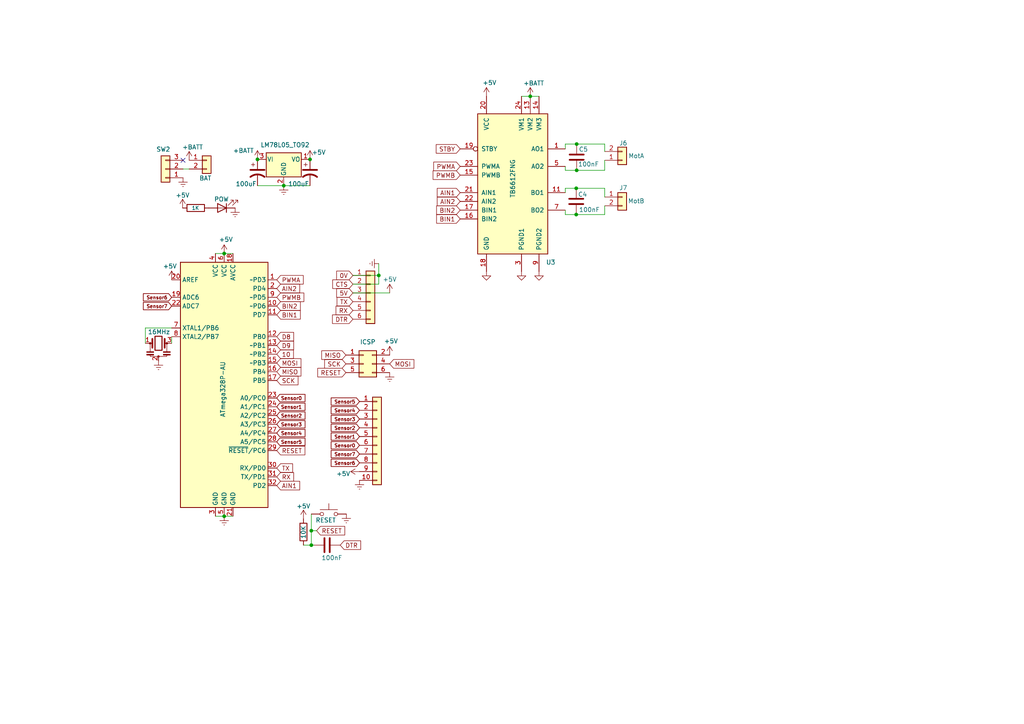
<source format=kicad_sch>
(kicad_sch (version 20230121) (generator eeschema)
  (paper "A4")
  (lib_symbols
    (symbol "ATmega328P-A_1"
      (property "Value" "ATmega328P-AU " (at -0.381 -9.398 90))
      (symbol "ATmega328P-A_1_0_1"
        (rectangle (start -12.7 -35.56) (end 12.7 35.56) (stroke (width 0.254)) (fill (type background)))
      )
      (symbol "ATmega328P-A_1_1_1"
        (pin bidirectional line (at 15.24 30.48 180) (length 2.54) (name "~PD3") (number "1"))
        (pin bidirectional line (at 15.24 22.86 180) (length 2.54) (name "~PD6") (number "10"))
        (pin bidirectional line (at 15.24 20.32 180) (length 2.54) (name "PD7") (number "11"))
        (pin bidirectional line (at 15.24 13.97 180) (length 2.54) (name "PB0") (number "12"))
        (pin bidirectional line (at 15.24 11.43 180) (length 2.54) (name "~PB1") (number "13"))
        (pin bidirectional line (at 15.24 8.89 180) (length 2.54) (name "~PB2") (number "14"))
        (pin bidirectional line (at 15.24 6.35 180) (length 2.54) (name "~PB3") (number "15"))
        (pin bidirectional line (at 15.24 3.81 180) (length 2.54) (name "PB4") (number "16"))
        (pin bidirectional line (at 15.24 1.27 180) (length 2.54) (name "PB5") (number "17"))
        (pin power_in line (at 2.54 38.1 270) (length 2.54) (name "AVCC") (number "18"))
        (pin input line (at -15.24 25.4 0) (length 2.54) (name "ADC6") (number "19"))
        (pin bidirectional line (at 15.24 27.94 180) (length 2.54) (name "PD4") (number "2"))
        (pin passive line (at -15.24 30.48 0) (length 2.54) (name "AREF") (number "20"))
        (pin passive line (at 2.54 -38.1 90) (length 2.54) (name "GND") (number "21"))
        (pin input line (at -15.24 22.86 0) (length 2.54) (name "ADC7") (number "22"))
        (pin bidirectional line (at 15.24 -3.81 180) (length 2.54) (name "A0/PC0") (number "23"))
        (pin bidirectional line (at 15.24 -6.35 180) (length 2.54) (name "A1/PC1") (number "24"))
        (pin bidirectional line (at 15.24 -8.89 180) (length 2.54) (name "A2/PC2") (number "25"))
        (pin bidirectional line (at 15.24 -11.43 180) (length 2.54) (name "A3/PC3") (number "26"))
        (pin bidirectional line (at 15.24 -13.97 180) (length 2.54) (name "A4/PC4") (number "27"))
        (pin bidirectional line (at 15.24 -16.51 180) (length 2.54) (name "A5/PC5") (number "28"))
        (pin bidirectional line (at 15.24 -19.05 180) (length 2.54) (name "~{RESET}/PC6") (number "29"))
        (pin power_in line (at -2.54 -38.1 90) (length 2.54) (name "GND") (number "3"))
        (pin bidirectional line (at 15.24 -24.13 180) (length 2.54) (name "RX/PD0") (number "30"))
        (pin bidirectional line (at 15.24 -26.67 180) (length 2.54) (name "TX/PD1") (number "31"))
        (pin bidirectional line (at 15.24 -29.21 180) (length 2.54) (name "PD2") (number "32"))
        (pin power_in line (at -2.54 38.1 270) (length 2.54) (name "VCC") (number "4"))
        (pin passive line (at 0 -38.1 90) (length 2.54) (name "GND") (number "5"))
        (pin passive line (at 0 38.1 270) (length 2.54) (name "VCC") (number "6"))
        (pin bidirectional line (at -15.24 16.51 0) (length 2.54) (name "XTAL1/PB6") (number "7"))
        (pin bidirectional line (at -15.24 13.97 0) (length 2.54) (name "XTAL2/PB7") (number "8"))
        (pin bidirectional line (at 15.24 25.4 180) (length 2.54) (name "~PD5") (number "9"))
      )
    )
    (symbol "Connector_Generic:Conn_01x02" (pin_names (offset 1.016) hide)
      (property "Reference" "J" (at 0 2.54 0))
      (property "Value" "Conn_01x02" (at 0 -5.08 0))
      (symbol "Conn_01x02_1_1"
        (rectangle (start -1.27 -2.413) (end 0 -2.667) (stroke (width 0.1524)))
        (rectangle (start -1.27 0.127) (end 0 -0.127) (stroke (width 0.1524)))
        (rectangle (start -1.27 1.27) (end 1.27 -3.81) (stroke (width 0.254)) (fill (type background)))
        (pin passive line (at -5.08 0 0) (length 3.81) (name "Pin_1") (number "1"))
        (pin passive line (at -5.08 -2.54 0) (length 3.81) (name "Pin_2") (number "2"))
      )
    )
    (symbol "Connector_Generic:Conn_01x03" (pin_names (offset 1.016) hide)
      (property "Reference" "J" (at 0 5.08 0))
      (property "Value" "Conn_01x03" (at 0 -5.08 0))
      (symbol "Conn_01x03_1_1"
        (rectangle (start -1.27 -2.413) (end 0 -2.667) (stroke (width 0.1524)))
        (rectangle (start -1.27 0.127) (end 0 -0.127) (stroke (width 0.1524)))
        (rectangle (start -1.27 2.667) (end 0 2.413) (stroke (width 0.1524)))
        (rectangle (start -1.27 3.81) (end 1.27 -3.81) (stroke (width 0.254)) (fill (type background)))
        (pin passive line (at -5.08 2.54 0) (length 3.81) (name "Pin_1") (number "1"))
        (pin passive line (at -5.08 0 0) (length 3.81) (name "Pin_2") (number "2"))
        (pin passive line (at -5.08 -2.54 0) (length 3.81) (name "Pin_3") (number "3"))
      )
    )
    (symbol "Connector_Generic:Conn_01x10" (pin_names (offset 1.016) hide)
      (property "Reference" "J" (at 0 12.7 0))
      (property "Value" "Conn_01x10" (at 0 -15.24 0))
      (symbol "Conn_01x10_1_1"
        (rectangle (start -1.27 -12.573) (end 0 -12.827) (stroke (width 0.1524)))
        (rectangle (start -1.27 -10.033) (end 0 -10.287) (stroke (width 0.1524)))
        (rectangle (start -1.27 -7.493) (end 0 -7.747) (stroke (width 0.1524)))
        (rectangle (start -1.27 -4.953) (end 0 -5.207) (stroke (width 0.1524)))
        (rectangle (start -1.27 -2.413) (end 0 -2.667) (stroke (width 0.1524)))
        (rectangle (start -1.27 0.127) (end 0 -0.127) (stroke (width 0.1524)))
        (rectangle (start -1.27 2.667) (end 0 2.413) (stroke (width 0.1524)))
        (rectangle (start -1.27 5.207) (end 0 4.953) (stroke (width 0.1524)))
        (rectangle (start -1.27 7.747) (end 0 7.493) (stroke (width 0.1524)))
        (rectangle (start -1.27 10.287) (end 0 10.033) (stroke (width 0.1524)))
        (rectangle (start -1.27 11.43) (end 1.27 -13.97) (stroke (width 0.254)) (fill (type background)))
        (pin passive line (at -5.08 10.16 0) (length 3.81) (name "Pin_1") (number "1"))
        (pin passive line (at -5.08 -12.7 0) (length 3.81) (name "Pin_10") (number "10"))
        (pin passive line (at -5.08 7.62 0) (length 3.81) (name "Pin_2") (number "2"))
        (pin passive line (at -5.08 5.08 0) (length 3.81) (name "Pin_3") (number "3"))
        (pin passive line (at -5.08 2.54 0) (length 3.81) (name "Pin_4") (number "4"))
        (pin passive line (at -5.08 0 0) (length 3.81) (name "Pin_5") (number "5"))
        (pin passive line (at -5.08 -2.54 0) (length 3.81) (name "Pin_6") (number "6"))
        (pin passive line (at -5.08 -5.08 0) (length 3.81) (name "Pin_7") (number "7"))
        (pin passive line (at -5.08 -7.62 0) (length 3.81) (name "Pin_8") (number "8"))
        (pin passive line (at -5.08 -10.16 0) (length 3.81) (name "Pin_9") (number "9"))
      )
    )
    (symbol "Connector_Generic:Conn_02x03_Odd_Even" (pin_names (offset 1.016) hide)
      (property "Reference" "J" (at 1.27 5.08 0))
      (property "Value" "Conn_02x03_Odd_Even" (at 1.27 -5.08 0))
      (symbol "Conn_02x03_Odd_Even_1_1"
        (rectangle (start -1.27 -2.413) (end 0 -2.667) (stroke (width 0.1524)))
        (rectangle (start -1.27 0.127) (end 0 -0.127) (stroke (width 0.1524)))
        (rectangle (start -1.27 2.667) (end 0 2.413) (stroke (width 0.1524)))
        (rectangle (start -1.27 3.81) (end 3.81 -3.81) (stroke (width 0.254)) (fill (type background)))
        (rectangle (start 3.81 -2.413) (end 2.54 -2.667) (stroke (width 0.1524)))
        (rectangle (start 3.81 0.127) (end 2.54 -0.127) (stroke (width 0.1524)))
        (rectangle (start 3.81 2.667) (end 2.54 2.413) (stroke (width 0.1524)))
        (pin passive line (at -5.08 2.54 0) (length 3.81) (name "Pin_1") (number "1"))
        (pin passive line (at 7.62 2.54 180) (length 3.81) (name "Pin_2") (number "2"))
        (pin passive line (at -5.08 0 0) (length 3.81) (name "Pin_3") (number "3"))
        (pin passive line (at 7.62 0 180) (length 3.81) (name "Pin_4") (number "4"))
        (pin passive line (at -5.08 -2.54 0) (length 3.81) (name "Pin_5") (number "5"))
        (pin passive line (at 7.62 -2.54 180) (length 3.81) (name "Pin_6") (number "6"))
      )
    )
    (symbol "Connector_Generic_MountingPin:Conn_01x06_MountingPin" (pin_names (offset 1.016) hide)
      (symbol "Conn_01x06_MountingPin_1_1"
        (rectangle (start -1.27 -7.493) (end 0 -7.747) (stroke (width 0.1524)))
        (rectangle (start -1.27 -4.953) (end 0 -5.207) (stroke (width 0.1524)))
        (rectangle (start -1.27 -2.413) (end 0 -2.667) (stroke (width 0.1524)))
        (rectangle (start -1.27 0.127) (end 0 -0.127) (stroke (width 0.1524)))
        (rectangle (start -1.27 2.667) (end 0 2.413) (stroke (width 0.1524)))
        (rectangle (start -1.27 5.207) (end 0 4.953) (stroke (width 0.1524)))
        (rectangle (start -1.27 6.35) (end 1.27 -8.89) (stroke (width 0.254)) (fill (type background)))
        (pin passive line (at -5.08 5.08 0) (length 3.81) (name "Pin_1") (number "1"))
        (pin passive line (at -5.08 2.54 0) (length 3.81) (name "Pin_2") (number "2"))
        (pin passive line (at -5.08 0 0) (length 3.81) (name "Pin_3") (number "3"))
        (pin passive line (at -5.08 -2.54 0) (length 3.81) (name "Pin_4") (number "4"))
        (pin passive line (at -5.08 -5.08 0) (length 3.81) (name "Pin_5") (number "5"))
        (pin passive line (at -5.08 -7.62 0) (length 3.81) (name "Pin_6") (number "6"))
      )
    )
    (symbol "Device:C" (pin_numbers hide) (pin_names (offset 0.254))
      (property "Reference" "C" (at 0.635 2.54 0))
      (property "Value" "C" (at 0.635 -2.54 0))
      (symbol "C_0_1"
        (polyline (pts (xy -2.032 -0.762) (xy 2.032 -0.762)) (stroke (width 0.508)))
        (polyline (pts (xy -2.032 0.762) (xy 2.032 0.762)) (stroke (width 0.508)))
      )
      (symbol "C_1_1"
        (pin passive line (at 0 3.81 270) (length 2.794) (name "~") (number "1"))
        (pin passive line (at 0 -3.81 90) (length 2.794) (name "~") (number "2"))
      )
    )
    (symbol "Device:C_Polarized_US" (pin_numbers hide) (pin_names (offset 0.254) hide)
      (property "Reference" "C" (at 0.635 2.54 0))
      (property "Value" "C_Polarized_US" (at 0.635 -2.54 0))
      (symbol "C_Polarized_US_0_1"
        (polyline (pts (xy -2.032 0.762) (xy 2.032 0.762)) (stroke (width 0.508)))
        (polyline (pts (xy -1.778 2.286) (xy -0.762 2.286)))
        (polyline (pts (xy -1.27 1.778) (xy -1.27 2.794)))
        (arc (start 2.032 -1.27) (mid 0 -0.5572) (end -2.032 -1.27) (stroke (width 0.508)))
      )
      (symbol "C_Polarized_US_1_1"
        (pin passive line (at 0 3.81 270) (length 2.794) (name "~") (number "1"))
        (pin passive line (at 0 -3.81 90) (length 3.302) (name "~") (number "2"))
      )
    )
    (symbol "Device:LED" (pin_numbers hide) (pin_names (offset 1.016) hide)
      (property "Reference" "D" (at 0 2.54 0))
      (property "Value" "LED" (at 0 -2.54 0))
      (symbol "LED_0_1"
        (polyline (pts (xy -1.27 -1.27) (xy -1.27 1.27)) (stroke (width 0.254)))
        (polyline (pts (xy -1.27 0) (xy 1.27 0)))
        (polyline (pts (xy 1.27 -1.27) (xy 1.27 1.27) (xy -1.27 0) (xy 1.27 -1.27)) (stroke (width 0.254)))
        (polyline (pts (xy -3.048 -0.762) (xy -4.572 -2.286) (xy -3.81 -2.286) (xy -4.572 -2.286) (xy -4.572 -1.524)))
        (polyline (pts (xy -1.778 -0.762) (xy -3.302 -2.286) (xy -2.54 -2.286) (xy -3.302 -2.286) (xy -3.302 -1.524)))
      )
      (symbol "LED_1_1"
        (pin passive line (at -3.81 0 0) (length 2.54) (name "K") (number "1"))
        (pin passive line (at 3.81 0 180) (length 2.54) (name "A") (number "2"))
      )
    )
    (symbol "Device:R" (pin_numbers hide) (pin_names (offset 0))
      (property "Reference" "R" (at 2.032 0 90))
      (property "Value" "R" (at 0 0 90))
      (symbol "R_0_1"
        (rectangle (start -1.016 -2.54) (end 1.016 2.54) (stroke (width 0.254)))
      )
      (symbol "R_1_1"
        (pin passive line (at 0 3.81 270) (length 1.27) (name "~") (number "1"))
        (pin passive line (at 0 -3.81 90) (length 1.27) (name "~") (number "2"))
      )
    )
    (symbol "Device:Resonator" (pin_names (offset 1.016) hide)
      (property "Reference" "Y" (at 0 5.715 0))
      (property "Value" "Resonator" (at 0 3.81 0))
      (symbol "Resonator_0_1"
        (rectangle (start -3.429 -3.175) (end -1.397 -3.429) (fill (type outline)))
        (rectangle (start -3.429 -2.413) (end -1.397 -2.667) (fill (type outline)))
        (circle (center -2.413 0) (radius 0.254) (fill (type outline)))
        (rectangle (start -1.016 2.032) (end 1.016 -2.032) (stroke (width 0.3048)))
        (circle (center 0 -3.81) (radius 0.254) (fill (type outline)))
        (polyline (pts (xy -2.413 -2.413) (xy -2.413 0)))
        (polyline (pts (xy -1.905 0) (xy -3.175 0)))
        (polyline (pts (xy -1.778 -1.27) (xy -1.778 1.27)) (stroke (width 0.508)))
        (polyline (pts (xy 1.778 -1.27) (xy 1.778 1.27)) (stroke (width 0.508)))
        (polyline (pts (xy 1.905 0) (xy 2.54 0)))
        (polyline (pts (xy 2.413 0) (xy 2.413 -2.54)))
        (polyline (pts (xy 2.413 -3.302) (xy 2.413 -3.81) (xy -2.413 -3.81) (xy -2.413 -3.302)))
        (rectangle (start 1.397 -3.175) (end 3.429 -3.429) (fill (type outline)))
        (rectangle (start 1.397 -2.413) (end 3.429 -2.667) (fill (type outline)))
        (circle (center 2.413 0) (radius 0.254) (fill (type outline)))
      )
      (symbol "Resonator_1_1"
        (pin passive line (at -3.81 0 0) (length 1.27) (name "1") (number "1"))
        (pin passive line (at 0 -5.08 90) (length 1.27) (name "2") (number "2"))
        (pin passive line (at 3.81 0 180) (length 1.27) (name "3") (number "3"))
      )
    )
    (symbol "Driver_Motor:TB6612FNG" (pin_names (offset 1.016))
      (property "Reference" "U" (at 11.43 17.78 0))
      (property "Value" "TB6612FNG" (at 11.43 15.24 0))
      (symbol "TB6612FNG_0_1"
        (rectangle (start -10.16 20.32) (end 10.16 -20.32) (stroke (width 0.254)) (fill (type background)))
      )
      (symbol "TB6612FNG_1_1"
        (pin output line (at 15.24 10.16 180) (length 5.08) (name "AO1") (number "1"))
        (pin passive line (at 7.62 -25.4 90) (length 5.08) hide (name "PGND2") (number "10"))
        (pin output line (at 15.24 -2.54 180) (length 5.08) (name "BO1") (number "11"))
        (pin passive line (at 15.24 -2.54 180) (length 5.08) hide (name "BO1") (number "12"))
        (pin power_in line (at 5.08 25.4 270) (length 5.08) (name "VM2") (number "13"))
        (pin power_in line (at 7.62 25.4 270) (length 5.08) (name "VM3") (number "14"))
        (pin input line (at -15.24 2.54 0) (length 5.08) (name "PWMB") (number "15"))
        (pin input line (at -15.24 -10.16 0) (length 5.08) (name "BIN2") (number "16"))
        (pin input line (at -15.24 -7.62 0) (length 5.08) (name "BIN1") (number "17"))
        (pin power_in line (at -7.62 -25.4 90) (length 5.08) (name "GND") (number "18"))
        (pin input inverted (at -15.24 10.16 0) (length 5.08) (name "STBY") (number "19"))
        (pin passive line (at 15.24 10.16 180) (length 5.08) hide (name "AO1") (number "2"))
        (pin power_in line (at -7.62 25.4 270) (length 5.08) (name "VCC") (number "20"))
        (pin input line (at -15.24 -2.54 0) (length 5.08) (name "AIN1") (number "21"))
        (pin input line (at -15.24 -5.08 0) (length 5.08) (name "AIN2") (number "22"))
        (pin input line (at -15.24 5.08 0) (length 5.08) (name "PWMA") (number "23"))
        (pin power_in line (at 2.54 25.4 270) (length 5.08) (name "VM1") (number "24"))
        (pin power_in line (at 2.54 -25.4 90) (length 5.08) (name "PGND1") (number "3"))
        (pin passive line (at 2.54 -25.4 90) (length 5.08) hide (name "PGND1") (number "4"))
        (pin output line (at 15.24 5.08 180) (length 5.08) (name "AO2") (number "5"))
        (pin passive line (at 15.24 5.08 180) (length 5.08) hide (name "AO2") (number "6"))
        (pin output line (at 15.24 -7.62 180) (length 5.08) (name "BO2") (number "7"))
        (pin passive line (at 15.24 -7.62 180) (length 5.08) hide (name "BO2") (number "8"))
        (pin power_in line (at 7.62 -25.4 90) (length 5.08) (name "PGND2") (number "9"))
      )
    )
    (symbol "Regulator_Linear:LM78L05_TO92" (pin_names (offset 0.254))
      (property "Reference" "U" (at -3.81 3.175 0))
      (property "Value" "LM78L05_TO92" (at 0 3.175 0))
      (symbol "LM78L05_TO92_0_1"
        (rectangle (start -5.08 -5.08) (end 5.08 1.905) (stroke (width 0.254)) (fill (type background)))
      )
      (symbol "LM78L05_TO92_1_1"
        (pin power_out line (at 7.62 0 180) (length 2.54) (name "VO") (number "1"))
        (pin power_in line (at 0 -7.62 90) (length 2.54) (name "GND") (number "2"))
        (pin power_in line (at -7.62 0 0) (length 2.54) (name "VI") (number "3"))
      )
    )
    (symbol "Switch:SW_Push" (pin_numbers hide) (pin_names (offset 1.016) hide)
      (property "Reference" "SW" (at 1.27 2.54 0))
      (property "Value" "SW_Push" (at 0 -1.524 0))
      (symbol "SW_Push_0_1"
        (circle (center -2.032 0) (radius 0.508))
        (polyline (pts (xy 0 1.27) (xy 0 3.048)))
        (polyline (pts (xy 2.54 1.27) (xy -2.54 1.27)))
        (circle (center 2.032 0) (radius 0.508))
        (pin passive line (at -5.08 0 0) (length 2.54) (name "1") (number "1"))
        (pin passive line (at 5.08 0 180) (length 2.54) (name "2") (number "2"))
      )
    )
    (symbol "power:+5V" (power) (pin_names (offset 0))
      (property "Value" "+5V" (at 0 3.556 0))
      (symbol "+5V_0_1"
        (polyline (pts (xy -0.762 1.27) (xy 0 2.54)))
        (polyline (pts (xy 0 0) (xy 0 2.54)))
        (polyline (pts (xy 0 2.54) (xy 0.762 1.27)))
      )
      (symbol "+5V_1_1"
        (pin power_in line (at 0 0 90) (length 0) hide (name "+5V") (number "1"))
      )
    )
    (symbol "power:+BATT" (power) (pin_names (offset 0))
      (property "Value" "+BATT" (at 0 3.556 0))
      (symbol "+BATT_0_1"
        (polyline (pts (xy -0.762 1.27) (xy 0 2.54)))
        (polyline (pts (xy 0 0) (xy 0 2.54)))
        (polyline (pts (xy 0 2.54) (xy 0.762 1.27)))
      )
      (symbol "+BATT_1_1"
        (pin power_in line (at 0 0 90) (length 0) hide (name "+BATT") (number "1"))
      )
    )
    (symbol "power:Earth" (power) (pin_names (offset 0))
      (symbol "Earth_0_1"
        (polyline (pts (xy -0.635 -1.905) (xy 0.635 -1.905)))
        (polyline (pts (xy -0.127 -2.54) (xy 0.127 -2.54)))
        (polyline (pts (xy 0 -1.27) (xy 0 0)))
        (polyline (pts (xy 1.27 -1.27) (xy -1.27 -1.27)))
      )
      (symbol "Earth_1_1"
        (pin power_in line (at 0 0 270) (length 0) hide (name "Earth") (number "1"))
      )
    )
    (symbol "power:GND" (power) (pin_names (offset 0))
      (property "Value" "GND" (at 0 -3.81 0))
      (symbol "GND_0_1"
        (polyline (pts (xy 0 0) (xy 0 -1.27) (xy 1.27 -1.27) (xy 0 -2.54) (xy -1.27 -1.27) (xy 0 -1.27)))
      )
      (symbol "GND_1_1"
        (pin power_in line (at 0 0 270) (length 0) hide (name "GND") (number "1"))
      )
    )
  )
  (junction (at 74.676 46.228))
  (junction (at 167.132 54.61))
  (junction (at 65.024 149.733))
  (junction (at 90.297 158.115))
  (junction (at 153.797 27.94))
  (junction (at 89.916 46.228))
  (junction (at 167.132 62.23))
  (junction (at 90.297 153.924))
  (junction (at 82.296 53.848))
  (junction (at 167.259 41.783))
  (junction (at 109.855 79.883))
  (junction (at 167.259 49.403))
  (junction (at 65.024 73.533))
  (no_connect (at 53.086 46.482))
  (wire (pts (xy 163.957 41.783) (xy 167.259 41.783)))
  (wire (pts (xy 163.957 43.18) (xy 163.957 41.783)))
  (wire (pts (xy 163.957 49.403) (xy 167.259 49.403)))
  (wire (pts (xy 42.164 99.568) (xy 42.164 95.123)))
  (wire (pts (xy 82.296 53.848) (xy 89.916 53.848)))
  (wire (pts (xy 153.797 27.94) (xy 156.337 27.94)))
  (wire (pts (xy 74.676 53.848) (xy 82.296 53.848)))
  (wire (pts (xy 163.957 54.61) (xy 167.132 54.61)))
  (wire (pts (xy 91.059 158.115) (xy 90.297 158.115)))
  (wire (pts (xy 175.387 59.69) (xy 175.387 62.23)))
  (wire (pts (xy 90.297 153.924) (xy 90.297 158.115)))
  (wire (pts (xy 90.297 149.098) (xy 90.297 153.924)))
  (wire (pts (xy 109.855 76.454) (xy 109.855 79.883)))
  (wire (pts (xy 163.957 55.88) (xy 163.957 54.61)))
  (wire (pts (xy 163.957 62.23) (xy 167.132 62.23)))
  (wire (pts (xy 109.855 82.423) (xy 102.362 82.423)))
  (wire (pts (xy 109.855 79.883) (xy 102.362 79.883)))
  (wire (pts (xy 88.011 158.115) (xy 90.297 158.115)))
  (wire (pts (xy 53.086 49.022) (xy 54.864 49.022)))
  (wire (pts (xy 163.957 60.96) (xy 163.957 62.23)))
  (wire (pts (xy 175.387 54.61) (xy 167.132 54.61)))
  (wire (pts (xy 113.03 84.963) (xy 102.362 84.963)))
  (wire (pts (xy 175.387 46.482) (xy 175.387 49.403)))
  (wire (pts (xy 62.484 73.533) (xy 65.024 73.533)))
  (wire (pts (xy 175.387 57.15) (xy 175.387 54.61)))
  (wire (pts (xy 175.387 62.23) (xy 167.132 62.23)))
  (wire (pts (xy 167.259 41.783) (xy 175.387 41.783)))
  (wire (pts (xy 65.024 149.733) (xy 67.564 149.733)))
  (wire (pts (xy 65.024 73.533) (xy 67.564 73.533)))
  (wire (pts (xy 62.484 149.733) (xy 65.024 149.733)))
  (wire (pts (xy 109.855 79.883) (xy 109.855 82.423)))
  (wire (pts (xy 167.259 49.403) (xy 175.387 49.403)))
  (wire (pts (xy 175.387 43.942) (xy 175.387 41.783)))
  (wire (pts (xy 49.784 99.568) (xy 49.784 97.663)))
  (wire (pts (xy 151.257 27.94) (xy 153.797 27.94)))
  (wire (pts (xy 91.821 153.924) (xy 90.297 153.924)))
  (wire (pts (xy 163.957 48.26) (xy 163.957 49.403)))
  (wire (pts (xy 42.164 95.123) (xy 49.784 95.123)))
  (global_label "DTR" (shape input) (at 98.679 158.115 0) (property "Intersheetrefs" "${INTERSHEET_REFS}" (effects hide)))
  (global_label "BIN1" (shape input) (at 80.264 91.313 0) (property "Intersheetrefs" "${INTERSHEET_REFS}" (effects hide)))
  (global_label "PWMA" (shape input) (at 80.264 81.153 0) (property "Intersheetrefs" "${INTERSHEET_REFS}" (effects hide)))
  (global_label "SCK" (shape input) (at 100.33 105.537 180) (property "Intersheetrefs" "${INTERSHEET_REFS}" (effects hide)))
  (global_label "AIN2" (shape input) (at 80.264 83.693 0) (property "Intersheetrefs" "${INTERSHEET_REFS}" (effects hide)))
  (global_label "RX" (shape input) (at 102.362 90.043 180) (property "Intersheetrefs" "${INTERSHEET_REFS}" (effects hide)))
  (global_label "BIN2" (shape input) (at 133.477 60.96 180) (property "Intersheetrefs" "${INTERSHEET_REFS}" (effects hide)))
  (global_label "Sensor6" (shape input) (at 49.784 86.233 180) (effects (font (size 1 1) (thickness 0.2) bold)) (property "Intersheetrefs" "${INTERSHEET_REFS}" (effects hide)))
  (global_label "10" (shape input) (at 80.264 102.743 0) (property "Intersheetrefs" "${INTERSHEET_REFS}" (effects hide)))
  (global_label "RESET" (shape input) (at 100.33 108.077 180) (property "Intersheetrefs" "${INTERSHEET_REFS}" (effects hide)))
  (global_label "Sensor1" (shape input) (at 104.267 126.619 180) (effects (font (size 1 1) (thickness 0.2) bold)) (property "Intersheetrefs" "${INTERSHEET_REFS}" (effects hide)))
  (global_label "PWMB" (shape input) (at 133.477 50.8 180) (property "Intersheetrefs" "${INTERSHEET_REFS}" (effects hide)))
  (global_label "Sensor4" (shape input) (at 80.264 125.603 0) (effects (font (size 1 1) (thickness 0.2) bold)) (property "Intersheetrefs" "${INTERSHEET_REFS}" (effects hide)))
  (global_label "RESET" (shape input) (at 91.821 153.924 0) (property "Intersheetrefs" "${INTERSHEET_REFS}" (effects hide)))
  (global_label "5V" (shape input) (at 102.362 84.963 180) (property "Intersheetrefs" "${INTERSHEET_REFS}" (effects hide)))
  (global_label "Sensor1" (shape input) (at 80.264 117.983 0) (effects (font (size 1 1) (thickness 0.2) bold)) (property "Intersheetrefs" "${INTERSHEET_REFS}" (effects hide)))
  (global_label "TX" (shape input) (at 80.264 135.763 0) (property "Intersheetrefs" "${INTERSHEET_REFS}" (effects hide)))
  (global_label "MISO" (shape input) (at 80.264 107.823 0) (property "Intersheetrefs" "${INTERSHEET_REFS}" (effects hide)))
  (global_label "BIN2" (shape input) (at 80.264 88.773 0) (property "Intersheetrefs" "${INTERSHEET_REFS}" (effects hide)))
  (global_label "PWMB" (shape input) (at 80.264 86.233 0) (property "Intersheetrefs" "${INTERSHEET_REFS}" (effects hide)))
  (global_label "MOSI" (shape input) (at 113.03 105.537 0) (property "Intersheetrefs" "${INTERSHEET_REFS}" (effects hide)))
  (global_label "Sensor7" (shape input) (at 104.267 131.699 180) (effects (font (size 1 1) (thickness 0.2) bold)) (property "Intersheetrefs" "${INTERSHEET_REFS}" (effects hide)))
  (global_label "RX" (shape input) (at 80.264 138.303 0) (property "Intersheetrefs" "${INTERSHEET_REFS}" (effects hide)))
  (global_label "AIN2" (shape input) (at 133.477 58.42 180) (property "Intersheetrefs" "${INTERSHEET_REFS}" (effects hide)))
  (global_label "0V" (shape input) (at 102.362 79.883 180) (property "Intersheetrefs" "${INTERSHEET_REFS}" (effects hide)))
  (global_label "RESET" (shape input) (at 80.264 130.683 0) (property "Intersheetrefs" "${INTERSHEET_REFS}" (effects hide)))
  (global_label "Sensor3" (shape input) (at 104.267 121.539 180) (effects (font (size 1 1) (thickness 0.2) bold)) (property "Intersheetrefs" "${INTERSHEET_REFS}" (effects hide)))
  (global_label "PWMA" (shape input) (at 133.477 48.26 180) (property "Intersheetrefs" "${INTERSHEET_REFS}" (effects hide)))
  (global_label "Sensor6" (shape input) (at 104.267 134.239 180) (effects (font (size 1 1) (thickness 0.2) bold)) (property "Intersheetrefs" "${INTERSHEET_REFS}" (effects hide)))
  (global_label "Sensor0" (shape input) (at 104.267 129.159 180) (effects (font (size 1 1) (thickness 0.2) bold)) (property "Intersheetrefs" "${INTERSHEET_REFS}" (effects hide)))
  (global_label "MOSI" (shape input) (at 80.264 105.283 0) (property "Intersheetrefs" "${INTERSHEET_REFS}" (effects hide)))
  (global_label "DTR" (shape input) (at 102.362 92.583 180) (property "Intersheetrefs" "${INTERSHEET_REFS}" (effects hide)))
  (global_label "D8" (shape input) (at 80.264 97.663 0) (property "Intersheetrefs" "${INTERSHEET_REFS}" (effects hide)))
  (global_label "Sensor3" (shape input) (at 80.264 123.063 0) (effects (font (size 1 1) (thickness 0.2) bold)) (property "Intersheetrefs" "${INTERSHEET_REFS}" (effects hide)))
  (global_label "D9" (shape input) (at 80.264 100.203 0) (property "Intersheetrefs" "${INTERSHEET_REFS}" (effects hide)))
  (global_label "Sensor4" (shape input) (at 104.267 118.999 180) (effects (font (size 1 1) (thickness 0.2) bold)) (property "Intersheetrefs" "${INTERSHEET_REFS}" (effects hide)))
  (global_label "Sensor5" (shape input) (at 104.267 116.459 180) (effects (font (size 1 1) (thickness 0.2) bold)) (property "Intersheetrefs" "${INTERSHEET_REFS}" (effects hide)))
  (global_label "Sensor2" (shape input) (at 80.264 120.523 0) (effects (font (size 1 1) (thickness 0.2) bold)) (property "Intersheetrefs" "${INTERSHEET_REFS}" (effects hide)))
  (global_label "STBY" (shape input) (at 133.477 43.18 180) (property "Intersheetrefs" "${INTERSHEET_REFS}" (effects hide)))
  (global_label "Sensor5" (shape input) (at 80.264 128.143 0) (effects (font (size 1 1) (thickness 0.2) bold)) (property "Intersheetrefs" "${INTERSHEET_REFS}" (effects hide)))
  (global_label "SCK" (shape input) (at 80.264 110.363 0) (property "Intersheetrefs" "${INTERSHEET_REFS}" (effects hide)))
  (global_label "BIN1" (shape input) (at 133.477 63.5 180) (property "Intersheetrefs" "${INTERSHEET_REFS}" (effects hide)))
  (global_label "AIN1" (shape input) (at 133.477 55.88 180) (property "Intersheetrefs" "${INTERSHEET_REFS}" (effects hide)))
  (global_label "AIN1" (shape input) (at 80.264 140.843 0) (property "Intersheetrefs" "${INTERSHEET_REFS}" (effects hide)))
  (global_label "Sensor7" (shape input) (at 49.784 88.773 180) (effects (font (size 1 1) (thickness 0.2) bold)) (property "Intersheetrefs" "${INTERSHEET_REFS}" (effects hide)))
  (global_label "CTS" (shape input) (at 102.362 82.423 180) (property "Intersheetrefs" "${INTERSHEET_REFS}" (effects hide)))
  (global_label "Sensor0" (shape input) (at 80.264 115.443 0) (effects (font (size 1 1) (thickness 0.2) bold)) (property "Intersheetrefs" "${INTERSHEET_REFS}" (effects hide)))
  (global_label "MISO" (shape input) (at 100.33 102.997 180) (property "Intersheetrefs" "${INTERSHEET_REFS}" (effects hide)))
  (global_label "TX" (shape input) (at 102.362 87.503 180) (property "Intersheetrefs" "${INTERSHEET_REFS}" (effects hide)))
  (global_label "Sensor2" (shape input) (at 104.267 124.079 180) (effects (font (size 1 1) (thickness 0.2) bold)) (property "Intersheetrefs" "${INTERSHEET_REFS}" (effects hide)))
  (symbol (lib_id "power:+BATT") (at 54.864 46.482 0) (unit 1)
    (property "Reference" "#PWR09" (effects hide))
    (property "Value" "+BATT" (at 55.88 42.672 0))
  )
  (symbol (lib_id "power:Earth") (at 113.03 108.077 0) (unit 1)
    (property "Reference" "#PWR023" (effects hide))
    (property "Value" "Earth" (effects hide))
  )
  (symbol (lib_id "Device:R") (at 56.769 60.325 270) (unit 1)
    (property "Reference" "R2" (effects hide))
    (property "Value" "1K" (at 55.626 60.325 90) (effects (font (size 1 1)) (justify left)))
    (property "Footprint" "Resistor_SMD:R_1206_3216Metric" (effects hide))
  )
  (symbol (lib_id "Switch:SW_Push") (at 95.377 149.098 0) (mirror y) (unit 1)
    (property "Reference" "SW1" (effects hide))
    (property "Value" "RESET" (at 94.488 150.876 0))
  )
  (symbol (lib_id "power:+5V") (at 113.03 102.997 0) (mirror y) (unit 1)
    (property "Reference" "#PWR022" (effects hide))
    (property "Value" "+5V" (at 113.411 98.933 0))
  )
  (symbol (lib_id "Connector_Generic_MountingPin:Conn_01x06_MountingPin") (at 107.442 84.963 0) (unit 1)
    (property "Reference" "J4" (effects hide))
    (property "Value" "Conn_01x06_MountingPin" (effects hide))
  )
  (symbol (lib_id "power:Earth") (at 53.086 51.562 0) (unit 1)
    (property "Reference" "#PWR08" (effects hide))
    (property "Value" "Earth" (effects hide))
  )
  (symbol (lib_id "Device:Resonator") (at 45.974 99.568 0) (unit 1)
    (property "Reference" "Y1" (effects hide))
    (property "Value" "16MHz" (at 46.101 96.266 0))
    (property "Footprint" "Crystal:Resonator_SMD_Murata_CSTxExxV-3Pin_3.0x1.1mm" (effects hide))
  )
  (symbol (lib_id "power:+BATT") (at 74.676 46.228 0) (unit 1)
    (property "Reference" "#PWR0101" (effects hide))
    (property "Value" "+BATT" (at 70.612 43.688 0))
  )
  (symbol (lib_id "power:+5V") (at 113.03 84.963 0) (unit 1)
    (property "Reference" "#PWR024" (effects hide))
    (property "Value" "+5V" (at 113.03 81.026 0))
  )
  (symbol (lib_id "power:+5V") (at 88.011 150.495 0) (mirror y) (unit 1)
    (property "Reference" "#PWR0102" (effects hide))
    (property "Value" "+5V" (at 88.011 146.812 0))
  )
  (symbol (lib_id "power:+5V") (at 104.267 136.779 90) (mirror x) (unit 1)
    (property "Reference" "#PWR016" (effects hide))
    (property "Value" "+5V" (at 99.568 137.414 90))
  )
  (symbol (lib_name "ATmega328P-A_1") (lib_id "MCU_Microchip_ATmega:ATmega328P-A") (at 65.024 111.633 0) (unit 1)
    (property "Reference" "U1" (effects hide))
    (property "Value" "ATmega328P-AU " (at 64.643 121.031 90) (effects (justify left)))
    (property "Footprint" "Package_QFP:TQFP-32_7x7mm_P0.8mm" (effects hide))
    (property "Datasheet" "http://ww1.microchip.com/downloads/en/DeviceDoc/ATmega328_P%20AVR%20MCU%20with%20picoPower%20Technology%20Data%20Sheet%2040001984A.pdf" (effects hide))
  )
  (symbol (lib_id "power:Earth") (at 45.974 104.648 0) (unit 1)
    (property "Reference" "#PWR01" (effects hide))
    (property "Value" "Earth" (effects hide))
  )
  (symbol (lib_id "Connector_Generic:Conn_01x02") (at 59.944 46.482 0) (unit 1)
    (property "Reference" "J1" (effects hide))
    (property "Value" "BAT" (at 57.785 51.689 0) (effects (justify left)))
    (property "Footprint" "Connector_PinHeader_2.54mm:PinHeader_1x02_P2.54mm_Vertical" (effects hide))
  )
  (symbol (lib_id "Device:C_Polarized_US") (at 74.676 50.038 0) (unit 1)
    (property "Reference" "C2" (effects hide))
    (property "Value" "100uF" (at 71.374 53.34 0))
    (property "Footprint" "Capacitor_SMD:C_1210_3225Metric_Pad1.33x2.70mm_HandSolder" (effects hide))
  )
  (symbol (lib_id "power:Earth") (at 68.199 60.325 0) (unit 1)
    (property "Reference" "#PWR013" (effects hide))
    (property "Value" "Earth" (effects hide))
  )
  (symbol (lib_id "power:GND") (at 156.337 78.74 0) (unit 1)
    (property "Reference" "#PWR021" (effects hide))
    (property "Value" "GND" (effects hide))
  )
  (symbol (lib_id "power:Earth") (at 100.457 149.098 0) (mirror y) (unit 1)
    (property "Reference" "#PWR06" (effects hide))
    (property "Value" "Earth" (effects hide))
  )
  (symbol (lib_id "Regulator_Linear:LM78L05_TO92") (at 82.296 46.228 0) (unit 1)
    (property "Reference" "U2" (effects hide))
    (property "Value" "LM78L05_TO92" (at 82.677 42.037 0))
    (property "Footprint" "Package_TO_SOT_THT:TO-92_Inline" (effects hide))
    (property "Datasheet" "https://www.onsemi.com/pub/Collateral/MC78L06A-D.pdf" (effects hide))
  )
  (symbol (lib_id "power:Earth") (at 109.855 76.454 270) (unit 1)
    (property "Reference" "#PWR020" (effects hide))
    (property "Value" "Earth" (effects hide))
  )
  (symbol (lib_id "power:Earth") (at 82.296 53.848 0) (unit 1)
    (property "Reference" "#PWR010" (effects hide))
    (property "Value" "Earth" (effects hide))
  )
  (symbol (lib_id "power:GND") (at 151.257 78.74 0) (unit 1)
    (property "Reference" "#PWR018" (effects hide))
    (property "Value" "GND" (effects hide))
  )
  (symbol (lib_id "Connector_Generic:Conn_02x03_Odd_Even") (at 105.41 105.537 0) (unit 1)
    (property "Reference" "J3" (effects hide))
    (property "Value" "ICSP" (at 106.68 99.187 0))
    (property "Footprint" "Connector_PinHeader_2.54mm:PinHeader_2x03_P2.54mm_Vertical" (effects hide))
  )
  (symbol (lib_id "power:+5V") (at 141.097 27.94 0) (unit 1)
    (property "Reference" "#PWR014" (effects hide))
    (property "Value" "+5V" (at 141.986 24.003 0))
  )
  (symbol (lib_id "Device:C_Polarized_US") (at 89.916 50.038 0) (unit 1)
    (property "Reference" "C3" (effects hide))
    (property "Value" "100uF" (at 86.614 53.34 0))
    (property "Footprint" "Capacitor_SMD:C_1210_3225Metric_Pad1.33x2.70mm_HandSolder" (effects hide))
  )
  (symbol (lib_id "power:+5V") (at 65.024 73.533 0) (unit 1)
    (property "Reference" "#PWR03" (effects hide))
    (property "Value" "+5V" (at 65.532 69.469 0))
  )
  (symbol (lib_id "power:+BATT") (at 153.797 27.94 0) (unit 1)
    (property "Reference" "#PWR019" (effects hide))
    (property "Value" "+BATT" (at 154.813 24.13 0))
  )
  (symbol (lib_id "Device:R") (at 88.011 154.305 180) (unit 1)
    (property "Reference" "R1" (effects hide))
    (property "Value" "10K" (at 88.011 152.4 90) (effects (justify left)))
    (property "Footprint" "Resistor_SMD:R_1206_3216Metric" (effects hide))
  )
  (symbol (lib_id "Connector_Generic:Conn_01x10") (at 109.347 126.619 0) (unit 1)
    (property "Reference" "J5" (effects hide))
    (property "Value" "Conn_01x10" (effects hide))
    (property "Footprint" "Connector_PinHeader_2.54mm:PinHeader_1x10_P2.54mm_Horizontal" (effects hide))
  )
  (symbol (lib_id "power:+5V") (at 52.959 60.325 0) (mirror y) (unit 1)
    (property "Reference" "#PWR012" (effects hide))
    (property "Value" "+5V" (at 52.959 56.642 0))
  )
  (symbol (lib_id "power:GND") (at 141.097 78.74 0) (unit 1)
    (property "Reference" "#PWR015" (effects hide))
    (property "Value" "GND" (effects hide))
  )
  (symbol (lib_id "Driver_Motor:TB6612FNG") (at 148.717 53.34 0) (unit 1)
    (property "Reference" "U3" (at 158.3564 76.073 0) (effects (justify left)))
    (property "Value" "TB6612FNG" (at 148.717 57.404 90) (effects (font (size 1.3 1.3)) (justify left)))
    (property "Footprint" "Package_SO:SSOP-24_5.3x8.2mm_P0.65mm" (effects hide))
    (property "Datasheet" "https://toshiba.semicon-storage.com/us/product/linear/motordriver/detail.TB6612FNG.html" (effects hide))
  )
  (symbol (lib_id "Connector_Generic:Conn_01x02") (at 180.467 57.15 0) (unit 1)
    (property "Reference" "J7" (at 179.578 54.483 0) (effects (justify left)))
    (property "Value" "MotB" (at 182.118 58.293 0) (effects (justify left)))
    (property "Footprint" "Connector_PinHeader_2.54mm:PinHeader_1x02_P2.54mm_Horizontal" (effects hide))
  )
  (symbol (lib_id "power:Earth") (at 65.024 149.733 0) (unit 1)
    (property "Reference" "#PWR04" (effects hide))
    (property "Value" "Earth" (effects hide))
  )
  (symbol (lib_id "power:+5V") (at 89.916 46.228 0) (mirror y) (unit 1)
    (property "Reference" "#PWR011" (effects hide))
    (property "Value" "+5V" (at 92.456 44.196 0))
  )
  (symbol (lib_id "Connector_Generic:Conn_01x02") (at 180.467 46.482 0) (mirror x) (unit 1)
    (property "Reference" "J6" (at 179.578 41.529 0) (effects (justify left)))
    (property "Value" "MotA" (at 182.245 45.212 0) (effects (justify left)))
    (property "Footprint" "Connector_PinHeader_2.54mm:PinHeader_1x02_P2.54mm_Horizontal" (effects hide))
  )
  (symbol (lib_id "Device:LED") (at 64.389 60.325 180) (unit 1)
    (property "Reference" "D1" (effects hide))
    (property "Value" "POW" (at 62.103 57.785 0) (effects (justify right)))
  )
  (symbol (lib_id "power:+5V") (at 49.784 81.153 0) (unit 1)
    (property "Reference" "#PWR02" (effects hide))
    (property "Value" "+5V" (at 49.276 77.216 0))
  )
  (symbol (lib_id "Device:C") (at 167.132 58.42 0) (unit 1)
    (property "Reference" "C4" (at 167.64 56.388 0) (effects (justify left)))
    (property "Value" "100nF" (at 167.894 60.833 0) (effects (justify left)))
    (property "Footprint" "Capacitor_SMD:C_1206_3216Metric_Pad1.33x1.80mm_HandSolder" (effects hide))
  )
  (symbol (lib_id "power:Earth") (at 104.267 139.319 0) (unit 1)
    (property "Reference" "#PWR017" (effects hide))
    (property "Value" "Earth" (effects hide))
  )
  (symbol (lib_id "Device:C") (at 167.259 45.593 180) (unit 1)
    (property "Reference" "C5" (at 170.561 43.307 0) (effects (justify left)))
    (property "Value" "100nF" (at 173.736 47.625 0) (effects (justify left)))
    (property "Footprint" "Capacitor_SMD:C_1206_3216Metric_Pad1.33x1.80mm_HandSolder" (effects hide))
  )
  (symbol (lib_id "Device:C") (at 94.869 158.115 270) (mirror x) (unit 1)
    (property "Reference" "C6" (effects hide))
    (property "Value" "100nF" (at 93.218 161.798 90) (effects (justify left)))
    (property "Footprint" "Capacitor_SMD:C_0805_2012Metric" (effects hide))
  )
  (symbol (lib_id "Connector_Generic:Conn_01x03") (at 48.006 49.022 180) (unit 1)
    (property "Reference" "SW2" (at 49.403 43.307 0) (effects (justify left)))
    (property "Value" "POW" (effects hide))
  )
)
</source>
